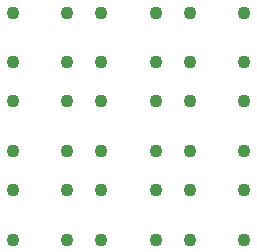
<source format=gbr>
%TF.GenerationSoftware,KiCad,Pcbnew,8.0.2-1*%
%TF.CreationDate,2024-08-05T19:08:03-04:00*%
%TF.ProjectId,3x3_6mSiPMs,3378335f-366d-4536-9950-4d732e6b6963,rev?*%
%TF.SameCoordinates,Original*%
%TF.FileFunction,Paste,Top*%
%TF.FilePolarity,Positive*%
%FSLAX46Y46*%
G04 Gerber Fmt 4.6, Leading zero omitted, Abs format (unit mm)*
G04 Created by KiCad (PCBNEW 8.0.2-1) date 2024-08-05 19:08:03*
%MOMM*%
%LPD*%
G01*
G04 APERTURE LIST*
%ADD10C,1.100000*%
G04 APERTURE END LIST*
D10*
%TO.C,REF\u002A\u002A*%
X94550000Y-40400000D03*
X89950000Y-40400000D03*
X89950000Y-44600000D03*
X94550000Y-44600000D03*
%TD*%
%TO.C,REF\u002A\u002A3*%
X94550000Y-47900000D03*
X89950000Y-47900000D03*
X89950000Y-52100000D03*
X94550000Y-52100000D03*
%TD*%
%TO.C,REF\u002A\u002A1*%
X102050000Y-40400000D03*
X97450000Y-40400000D03*
X97450000Y-44600000D03*
X102050000Y-44600000D03*
%TD*%
%TO.C,REF\u002A\u002A7*%
X94550000Y-55400000D03*
X89950000Y-55400000D03*
X89950000Y-59600000D03*
X94550000Y-59600000D03*
%TD*%
%TO.C,REF\u002A\u002A9*%
X102050000Y-55400000D03*
X97450000Y-55400000D03*
X97450000Y-59600000D03*
X102050000Y-59600000D03*
%TD*%
%TO.C,REF\u002A\u002A6*%
X109550000Y-47900000D03*
X104950000Y-47900000D03*
X104950000Y-52100000D03*
X109550000Y-52100000D03*
%TD*%
%TO.C,REF\u002A\u002A10*%
X109550000Y-55400000D03*
X104950000Y-55400000D03*
X104950000Y-59600000D03*
X109550000Y-59600000D03*
%TD*%
%TO.C,REF\u002A\u002A5*%
X102050000Y-47900000D03*
X97450000Y-47900000D03*
X97450000Y-52100000D03*
X102050000Y-52100000D03*
%TD*%
%TO.C,REF\u002A\u002A2*%
X109550000Y-40400000D03*
X104950000Y-40400000D03*
X104950000Y-44600000D03*
X109550000Y-44600000D03*
%TD*%
M02*

</source>
